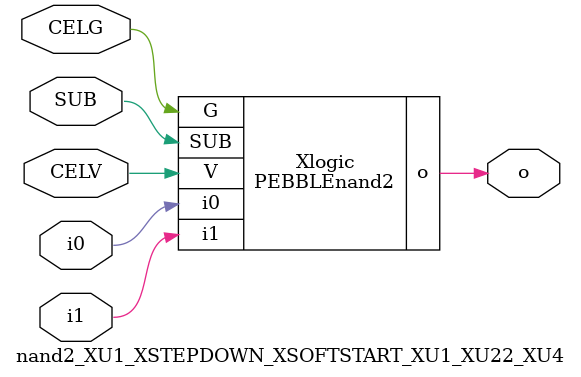
<source format=v>



module PEBBLEnand2 ( o, G, SUB, V, i0, i1 );

  input i0;
  input V;
  input i1;
  input G;
  output o;
  input SUB;
endmodule

//Celera Confidential Do Not Copy nand2_XU1_XSTEPDOWN_XSOFTSTART_XU1_XU22_XU4
//Celera Confidential Symbol Generator
//5V NAND2
module nand2_XU1_XSTEPDOWN_XSOFTSTART_XU1_XU22_XU4 (CELV,CELG,i0,i1,o,SUB);
input CELV;
input CELG;
input i0;
input i1;
input SUB;
output o;

//Celera Confidential Do Not Copy nand2
PEBBLEnand2 Xlogic(
.V (CELV),
.i0 (i0),
.i1 (i1),
.o (o),
.SUB (SUB),
.G (CELG)
);
//,diesize,PEBBLEnand2

//Celera Confidential Do Not Copy Module End
//Celera Schematic Generator
endmodule

</source>
